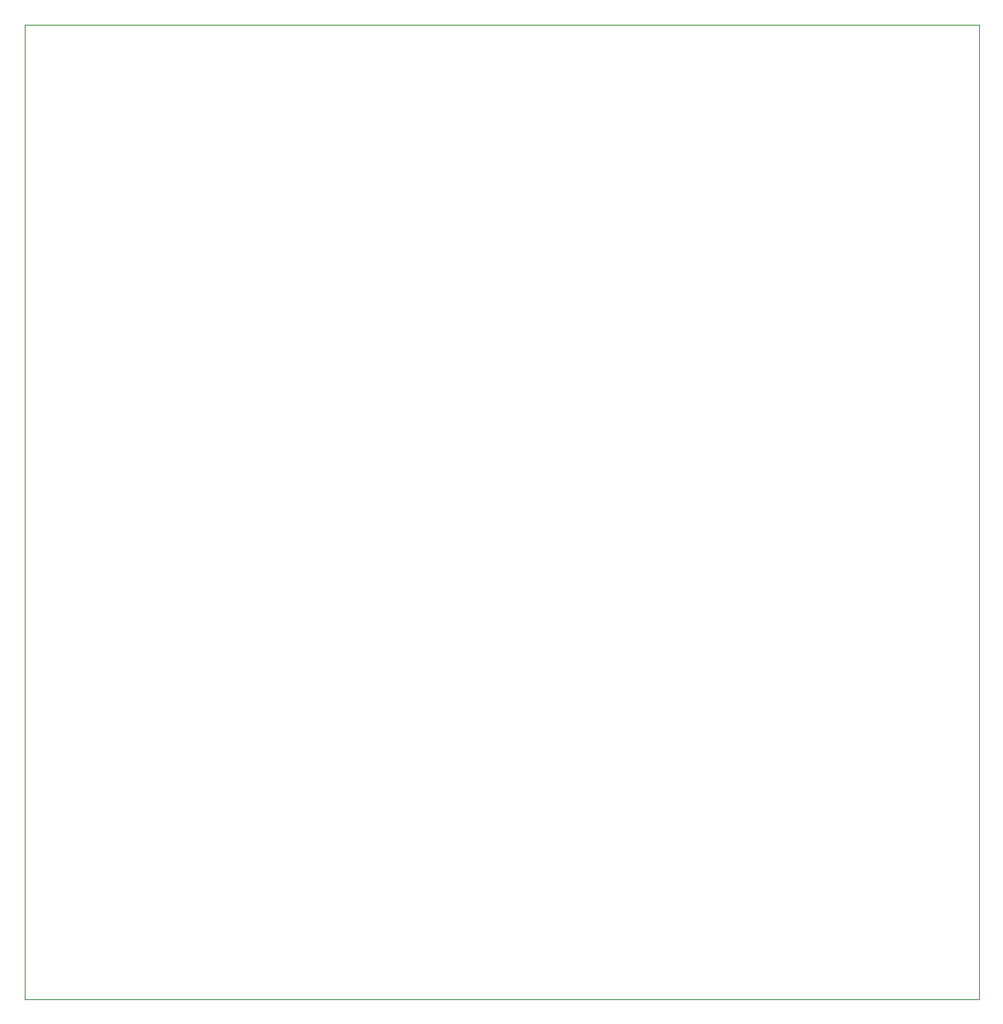
<source format=gbr>
%TF.GenerationSoftware,KiCad,Pcbnew,(5.1.8)-1*%
%TF.CreationDate,2021-05-10T11:21:08+03:00*%
%TF.ProjectId,PWR_SUB_SYS_PCB,5057525f-5355-4425-9f53-59535f504342,rev?*%
%TF.SameCoordinates,Original*%
%TF.FileFunction,Profile,NP*%
%FSLAX46Y46*%
G04 Gerber Fmt 4.6, Leading zero omitted, Abs format (unit mm)*
G04 Created by KiCad (PCBNEW (5.1.8)-1) date 2021-05-10 11:21:08*
%MOMM*%
%LPD*%
G01*
G04 APERTURE LIST*
%TA.AperFunction,Profile*%
%ADD10C,0.100000*%
%TD*%
G04 APERTURE END LIST*
D10*
X135666800Y-156014800D02*
X135666800Y-56014800D01*
X233666800Y-156014800D02*
X233666800Y-56014800D01*
X135666800Y-156014800D02*
X233666800Y-156014800D01*
X135666800Y-56014800D02*
X233666800Y-56014800D01*
M02*

</source>
